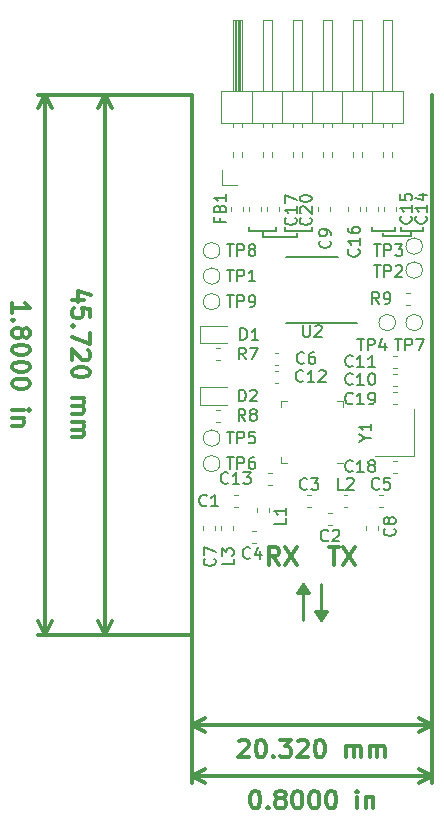
<source format=gbr>
G04 #@! TF.GenerationSoftware,KiCad,Pcbnew,5.0.1*
G04 #@! TF.CreationDate,2019-01-06T19:01:27+01:00*
G04 #@! TF.ProjectId,SX1257_pmod,5358313235375F706D6F642E6B696361,rev?*
G04 #@! TF.SameCoordinates,Original*
G04 #@! TF.FileFunction,Legend,Top*
G04 #@! TF.FilePolarity,Positive*
%FSLAX46Y46*%
G04 Gerber Fmt 4.6, Leading zero omitted, Abs format (unit mm)*
G04 Created by KiCad (PCBNEW 5.0.1) date Sun 06 Jan 2019 07:01:27 PM CET*
%MOMM*%
%LPD*%
G01*
G04 APERTURE LIST*
%ADD10C,0.254000*%
%ADD11C,0.300000*%
%ADD12C,0.200000*%
%ADD13C,0.120000*%
%ADD14C,0.150000*%
G04 APERTURE END LIST*
D10*
X125222000Y-67310000D02*
X125730000Y-66548000D01*
X125222000Y-67310000D02*
X125222000Y-64262000D01*
X124968000Y-66548000D02*
X125222000Y-67310000D01*
X124714000Y-66548000D02*
X125222000Y-67310000D01*
X125730000Y-66548000D02*
X124714000Y-66548000D01*
X125222000Y-67310000D02*
X125476000Y-66548000D01*
X125476000Y-66548000D02*
X124968000Y-66548000D01*
X123952000Y-65024000D02*
X123698000Y-64262000D01*
X123444000Y-65024000D02*
X123952000Y-65024000D01*
X123698000Y-64262000D02*
X123444000Y-65024000D01*
X124206000Y-65024000D02*
X123698000Y-64262000D01*
X123190000Y-65024000D02*
X124206000Y-65024000D01*
X123698000Y-64262000D02*
X123190000Y-65024000D01*
X123698000Y-64262000D02*
X123698000Y-67310000D01*
D11*
X121670000Y-62654571D02*
X121170000Y-61940285D01*
X120812857Y-62654571D02*
X120812857Y-61154571D01*
X121384285Y-61154571D01*
X121527142Y-61226000D01*
X121598571Y-61297428D01*
X121670000Y-61440285D01*
X121670000Y-61654571D01*
X121598571Y-61797428D01*
X121527142Y-61868857D01*
X121384285Y-61940285D01*
X120812857Y-61940285D01*
X122170000Y-61154571D02*
X123170000Y-62654571D01*
X123170000Y-61154571D02*
X122170000Y-62654571D01*
X125857142Y-61154571D02*
X126714285Y-61154571D01*
X126285714Y-62654571D02*
X126285714Y-61154571D01*
X127071428Y-61154571D02*
X128071428Y-62654571D01*
X128071428Y-61154571D02*
X127071428Y-62654571D01*
D12*
X130429000Y-34798000D02*
X130429000Y-34544000D01*
X132842000Y-34798000D02*
X130429000Y-34798000D01*
X132842000Y-34417000D02*
X132842000Y-34798000D01*
X133858000Y-34417000D02*
X133858000Y-34036000D01*
X131953000Y-34417000D02*
X133858000Y-34417000D01*
X131953000Y-34036000D02*
X131953000Y-34417000D01*
X131445000Y-34417000D02*
X131445000Y-34036000D01*
X129540000Y-34417000D02*
X131445000Y-34417000D01*
X129540000Y-34036000D02*
X129540000Y-34417000D01*
X123190000Y-34925000D02*
X123190000Y-34544000D01*
X120269000Y-34925000D02*
X123190000Y-34925000D01*
X120269000Y-34417000D02*
X120269000Y-34925000D01*
X124460000Y-34417000D02*
X124460000Y-34036000D01*
X122174000Y-34417000D02*
X124460000Y-34417000D01*
X122174000Y-34036000D02*
X122174000Y-34417000D01*
X121412000Y-34417000D02*
X121412000Y-34036000D01*
X119126000Y-34417000D02*
X121412000Y-34417000D01*
X119126000Y-34036000D02*
X119126000Y-34417000D01*
D11*
X118245714Y-77621428D02*
X118317142Y-77550000D01*
X118460000Y-77478571D01*
X118817142Y-77478571D01*
X118960000Y-77550000D01*
X119031428Y-77621428D01*
X119102857Y-77764285D01*
X119102857Y-77907142D01*
X119031428Y-78121428D01*
X118174285Y-78978571D01*
X119102857Y-78978571D01*
X120031428Y-77478571D02*
X120174285Y-77478571D01*
X120317142Y-77550000D01*
X120388571Y-77621428D01*
X120460000Y-77764285D01*
X120531428Y-78050000D01*
X120531428Y-78407142D01*
X120460000Y-78692857D01*
X120388571Y-78835714D01*
X120317142Y-78907142D01*
X120174285Y-78978571D01*
X120031428Y-78978571D01*
X119888571Y-78907142D01*
X119817142Y-78835714D01*
X119745714Y-78692857D01*
X119674285Y-78407142D01*
X119674285Y-78050000D01*
X119745714Y-77764285D01*
X119817142Y-77621428D01*
X119888571Y-77550000D01*
X120031428Y-77478571D01*
X121174285Y-78835714D02*
X121245714Y-78907142D01*
X121174285Y-78978571D01*
X121102857Y-78907142D01*
X121174285Y-78835714D01*
X121174285Y-78978571D01*
X121745714Y-77478571D02*
X122674285Y-77478571D01*
X122174285Y-78050000D01*
X122388571Y-78050000D01*
X122531428Y-78121428D01*
X122602857Y-78192857D01*
X122674285Y-78335714D01*
X122674285Y-78692857D01*
X122602857Y-78835714D01*
X122531428Y-78907142D01*
X122388571Y-78978571D01*
X121960000Y-78978571D01*
X121817142Y-78907142D01*
X121745714Y-78835714D01*
X123245714Y-77621428D02*
X123317142Y-77550000D01*
X123460000Y-77478571D01*
X123817142Y-77478571D01*
X123960000Y-77550000D01*
X124031428Y-77621428D01*
X124102857Y-77764285D01*
X124102857Y-77907142D01*
X124031428Y-78121428D01*
X123174285Y-78978571D01*
X124102857Y-78978571D01*
X125031428Y-77478571D02*
X125174285Y-77478571D01*
X125317142Y-77550000D01*
X125388571Y-77621428D01*
X125460000Y-77764285D01*
X125531428Y-78050000D01*
X125531428Y-78407142D01*
X125460000Y-78692857D01*
X125388571Y-78835714D01*
X125317142Y-78907142D01*
X125174285Y-78978571D01*
X125031428Y-78978571D01*
X124888571Y-78907142D01*
X124817142Y-78835714D01*
X124745714Y-78692857D01*
X124674285Y-78407142D01*
X124674285Y-78050000D01*
X124745714Y-77764285D01*
X124817142Y-77621428D01*
X124888571Y-77550000D01*
X125031428Y-77478571D01*
X127317142Y-78978571D02*
X127317142Y-77978571D01*
X127317142Y-78121428D02*
X127388571Y-78050000D01*
X127531428Y-77978571D01*
X127745714Y-77978571D01*
X127888571Y-78050000D01*
X127960000Y-78192857D01*
X127960000Y-78978571D01*
X127960000Y-78192857D02*
X128031428Y-78050000D01*
X128174285Y-77978571D01*
X128388571Y-77978571D01*
X128531428Y-78050000D01*
X128602857Y-78192857D01*
X128602857Y-78978571D01*
X129317142Y-78978571D02*
X129317142Y-77978571D01*
X129317142Y-78121428D02*
X129388571Y-78050000D01*
X129531428Y-77978571D01*
X129745714Y-77978571D01*
X129888571Y-78050000D01*
X129960000Y-78192857D01*
X129960000Y-78978571D01*
X129960000Y-78192857D02*
X130031428Y-78050000D01*
X130174285Y-77978571D01*
X130388571Y-77978571D01*
X130531428Y-78050000D01*
X130602857Y-78192857D01*
X130602857Y-78978571D01*
X114300000Y-76200000D02*
X134620000Y-76200000D01*
X114300000Y-22860000D02*
X114300000Y-76786421D01*
X134620000Y-22860000D02*
X134620000Y-76786421D01*
X134620000Y-76200000D02*
X133493496Y-76786421D01*
X134620000Y-76200000D02*
X133493496Y-75613579D01*
X114300000Y-76200000D02*
X115426504Y-76786421D01*
X114300000Y-76200000D02*
X115426504Y-75613579D01*
X119567142Y-81796571D02*
X119710000Y-81796571D01*
X119852857Y-81868000D01*
X119924285Y-81939428D01*
X119995714Y-82082285D01*
X120067142Y-82368000D01*
X120067142Y-82725142D01*
X119995714Y-83010857D01*
X119924285Y-83153714D01*
X119852857Y-83225142D01*
X119710000Y-83296571D01*
X119567142Y-83296571D01*
X119424285Y-83225142D01*
X119352857Y-83153714D01*
X119281428Y-83010857D01*
X119210000Y-82725142D01*
X119210000Y-82368000D01*
X119281428Y-82082285D01*
X119352857Y-81939428D01*
X119424285Y-81868000D01*
X119567142Y-81796571D01*
X120710000Y-83153714D02*
X120781428Y-83225142D01*
X120710000Y-83296571D01*
X120638571Y-83225142D01*
X120710000Y-83153714D01*
X120710000Y-83296571D01*
X121638571Y-82439428D02*
X121495714Y-82368000D01*
X121424285Y-82296571D01*
X121352857Y-82153714D01*
X121352857Y-82082285D01*
X121424285Y-81939428D01*
X121495714Y-81868000D01*
X121638571Y-81796571D01*
X121924285Y-81796571D01*
X122067142Y-81868000D01*
X122138571Y-81939428D01*
X122210000Y-82082285D01*
X122210000Y-82153714D01*
X122138571Y-82296571D01*
X122067142Y-82368000D01*
X121924285Y-82439428D01*
X121638571Y-82439428D01*
X121495714Y-82510857D01*
X121424285Y-82582285D01*
X121352857Y-82725142D01*
X121352857Y-83010857D01*
X121424285Y-83153714D01*
X121495714Y-83225142D01*
X121638571Y-83296571D01*
X121924285Y-83296571D01*
X122067142Y-83225142D01*
X122138571Y-83153714D01*
X122210000Y-83010857D01*
X122210000Y-82725142D01*
X122138571Y-82582285D01*
X122067142Y-82510857D01*
X121924285Y-82439428D01*
X123138571Y-81796571D02*
X123281428Y-81796571D01*
X123424285Y-81868000D01*
X123495714Y-81939428D01*
X123567142Y-82082285D01*
X123638571Y-82368000D01*
X123638571Y-82725142D01*
X123567142Y-83010857D01*
X123495714Y-83153714D01*
X123424285Y-83225142D01*
X123281428Y-83296571D01*
X123138571Y-83296571D01*
X122995714Y-83225142D01*
X122924285Y-83153714D01*
X122852857Y-83010857D01*
X122781428Y-82725142D01*
X122781428Y-82368000D01*
X122852857Y-82082285D01*
X122924285Y-81939428D01*
X122995714Y-81868000D01*
X123138571Y-81796571D01*
X124567142Y-81796571D02*
X124710000Y-81796571D01*
X124852857Y-81868000D01*
X124924285Y-81939428D01*
X124995714Y-82082285D01*
X125067142Y-82368000D01*
X125067142Y-82725142D01*
X124995714Y-83010857D01*
X124924285Y-83153714D01*
X124852857Y-83225142D01*
X124710000Y-83296571D01*
X124567142Y-83296571D01*
X124424285Y-83225142D01*
X124352857Y-83153714D01*
X124281428Y-83010857D01*
X124210000Y-82725142D01*
X124210000Y-82368000D01*
X124281428Y-82082285D01*
X124352857Y-81939428D01*
X124424285Y-81868000D01*
X124567142Y-81796571D01*
X125995714Y-81796571D02*
X126138571Y-81796571D01*
X126281428Y-81868000D01*
X126352857Y-81939428D01*
X126424285Y-82082285D01*
X126495714Y-82368000D01*
X126495714Y-82725142D01*
X126424285Y-83010857D01*
X126352857Y-83153714D01*
X126281428Y-83225142D01*
X126138571Y-83296571D01*
X125995714Y-83296571D01*
X125852857Y-83225142D01*
X125781428Y-83153714D01*
X125710000Y-83010857D01*
X125638571Y-82725142D01*
X125638571Y-82368000D01*
X125710000Y-82082285D01*
X125781428Y-81939428D01*
X125852857Y-81868000D01*
X125995714Y-81796571D01*
X128281428Y-83296571D02*
X128281428Y-82296571D01*
X128281428Y-81796571D02*
X128210000Y-81868000D01*
X128281428Y-81939428D01*
X128352857Y-81868000D01*
X128281428Y-81796571D01*
X128281428Y-81939428D01*
X128995714Y-82296571D02*
X128995714Y-83296571D01*
X128995714Y-82439428D02*
X129067142Y-82368000D01*
X129210000Y-82296571D01*
X129424285Y-82296571D01*
X129567142Y-82368000D01*
X129638571Y-82510857D01*
X129638571Y-83296571D01*
X114300000Y-80518000D02*
X134620000Y-80518000D01*
X114300000Y-22860000D02*
X114300000Y-81104421D01*
X134620000Y-22860000D02*
X134620000Y-81104421D01*
X134620000Y-80518000D02*
X133493496Y-81104421D01*
X134620000Y-80518000D02*
X133493496Y-79931579D01*
X114300000Y-80518000D02*
X115426504Y-81104421D01*
X114300000Y-80518000D02*
X115426504Y-79931579D01*
X105155428Y-40220000D02*
X104155428Y-40220000D01*
X105726857Y-39862857D02*
X104655428Y-39505714D01*
X104655428Y-40434285D01*
X105655428Y-41720000D02*
X105655428Y-41005714D01*
X104941142Y-40934285D01*
X105012571Y-41005714D01*
X105084000Y-41148571D01*
X105084000Y-41505714D01*
X105012571Y-41648571D01*
X104941142Y-41720000D01*
X104798285Y-41791428D01*
X104441142Y-41791428D01*
X104298285Y-41720000D01*
X104226857Y-41648571D01*
X104155428Y-41505714D01*
X104155428Y-41148571D01*
X104226857Y-41005714D01*
X104298285Y-40934285D01*
X104298285Y-42434285D02*
X104226857Y-42505714D01*
X104155428Y-42434285D01*
X104226857Y-42362857D01*
X104298285Y-42434285D01*
X104155428Y-42434285D01*
X105655428Y-43005714D02*
X105655428Y-44005714D01*
X104155428Y-43362857D01*
X105512571Y-44505714D02*
X105584000Y-44577142D01*
X105655428Y-44720000D01*
X105655428Y-45077142D01*
X105584000Y-45220000D01*
X105512571Y-45291428D01*
X105369714Y-45362857D01*
X105226857Y-45362857D01*
X105012571Y-45291428D01*
X104155428Y-44434285D01*
X104155428Y-45362857D01*
X105655428Y-46291428D02*
X105655428Y-46434285D01*
X105584000Y-46577142D01*
X105512571Y-46648571D01*
X105369714Y-46720000D01*
X105084000Y-46791428D01*
X104726857Y-46791428D01*
X104441142Y-46720000D01*
X104298285Y-46648571D01*
X104226857Y-46577142D01*
X104155428Y-46434285D01*
X104155428Y-46291428D01*
X104226857Y-46148571D01*
X104298285Y-46077142D01*
X104441142Y-46005714D01*
X104726857Y-45934285D01*
X105084000Y-45934285D01*
X105369714Y-46005714D01*
X105512571Y-46077142D01*
X105584000Y-46148571D01*
X105655428Y-46291428D01*
X104155428Y-48577142D02*
X105155428Y-48577142D01*
X105012571Y-48577142D02*
X105084000Y-48648571D01*
X105155428Y-48791428D01*
X105155428Y-49005714D01*
X105084000Y-49148571D01*
X104941142Y-49220000D01*
X104155428Y-49220000D01*
X104941142Y-49220000D02*
X105084000Y-49291428D01*
X105155428Y-49434285D01*
X105155428Y-49648571D01*
X105084000Y-49791428D01*
X104941142Y-49862857D01*
X104155428Y-49862857D01*
X104155428Y-50577142D02*
X105155428Y-50577142D01*
X105012571Y-50577142D02*
X105084000Y-50648571D01*
X105155428Y-50791428D01*
X105155428Y-51005714D01*
X105084000Y-51148571D01*
X104941142Y-51220000D01*
X104155428Y-51220000D01*
X104941142Y-51220000D02*
X105084000Y-51291428D01*
X105155428Y-51434285D01*
X105155428Y-51648571D01*
X105084000Y-51791428D01*
X104941142Y-51862857D01*
X104155428Y-51862857D01*
X106934000Y-22860000D02*
X106934000Y-68580000D01*
X114300000Y-22860000D02*
X106347579Y-22860000D01*
X114300000Y-68580000D02*
X106347579Y-68580000D01*
X106934000Y-68580000D02*
X106347579Y-67453496D01*
X106934000Y-68580000D02*
X107520421Y-67453496D01*
X106934000Y-22860000D02*
X106347579Y-23986504D01*
X106934000Y-22860000D02*
X107520421Y-23986504D01*
X99075428Y-41327142D02*
X99075428Y-40470000D01*
X99075428Y-40898571D02*
X100575428Y-40898571D01*
X100361142Y-40755714D01*
X100218285Y-40612857D01*
X100146857Y-40470000D01*
X99218285Y-41970000D02*
X99146857Y-42041428D01*
X99075428Y-41970000D01*
X99146857Y-41898571D01*
X99218285Y-41970000D01*
X99075428Y-41970000D01*
X99932571Y-42898571D02*
X100004000Y-42755714D01*
X100075428Y-42684285D01*
X100218285Y-42612857D01*
X100289714Y-42612857D01*
X100432571Y-42684285D01*
X100504000Y-42755714D01*
X100575428Y-42898571D01*
X100575428Y-43184285D01*
X100504000Y-43327142D01*
X100432571Y-43398571D01*
X100289714Y-43470000D01*
X100218285Y-43470000D01*
X100075428Y-43398571D01*
X100004000Y-43327142D01*
X99932571Y-43184285D01*
X99932571Y-42898571D01*
X99861142Y-42755714D01*
X99789714Y-42684285D01*
X99646857Y-42612857D01*
X99361142Y-42612857D01*
X99218285Y-42684285D01*
X99146857Y-42755714D01*
X99075428Y-42898571D01*
X99075428Y-43184285D01*
X99146857Y-43327142D01*
X99218285Y-43398571D01*
X99361142Y-43470000D01*
X99646857Y-43470000D01*
X99789714Y-43398571D01*
X99861142Y-43327142D01*
X99932571Y-43184285D01*
X100575428Y-44398571D02*
X100575428Y-44541428D01*
X100504000Y-44684285D01*
X100432571Y-44755714D01*
X100289714Y-44827142D01*
X100004000Y-44898571D01*
X99646857Y-44898571D01*
X99361142Y-44827142D01*
X99218285Y-44755714D01*
X99146857Y-44684285D01*
X99075428Y-44541428D01*
X99075428Y-44398571D01*
X99146857Y-44255714D01*
X99218285Y-44184285D01*
X99361142Y-44112857D01*
X99646857Y-44041428D01*
X100004000Y-44041428D01*
X100289714Y-44112857D01*
X100432571Y-44184285D01*
X100504000Y-44255714D01*
X100575428Y-44398571D01*
X100575428Y-45827142D02*
X100575428Y-45970000D01*
X100504000Y-46112857D01*
X100432571Y-46184285D01*
X100289714Y-46255714D01*
X100004000Y-46327142D01*
X99646857Y-46327142D01*
X99361142Y-46255714D01*
X99218285Y-46184285D01*
X99146857Y-46112857D01*
X99075428Y-45970000D01*
X99075428Y-45827142D01*
X99146857Y-45684285D01*
X99218285Y-45612857D01*
X99361142Y-45541428D01*
X99646857Y-45470000D01*
X100004000Y-45470000D01*
X100289714Y-45541428D01*
X100432571Y-45612857D01*
X100504000Y-45684285D01*
X100575428Y-45827142D01*
X100575428Y-47255714D02*
X100575428Y-47398571D01*
X100504000Y-47541428D01*
X100432571Y-47612857D01*
X100289714Y-47684285D01*
X100004000Y-47755714D01*
X99646857Y-47755714D01*
X99361142Y-47684285D01*
X99218285Y-47612857D01*
X99146857Y-47541428D01*
X99075428Y-47398571D01*
X99075428Y-47255714D01*
X99146857Y-47112857D01*
X99218285Y-47041428D01*
X99361142Y-46970000D01*
X99646857Y-46898571D01*
X100004000Y-46898571D01*
X100289714Y-46970000D01*
X100432571Y-47041428D01*
X100504000Y-47112857D01*
X100575428Y-47255714D01*
X99075428Y-49541428D02*
X100075428Y-49541428D01*
X100575428Y-49541428D02*
X100504000Y-49470000D01*
X100432571Y-49541428D01*
X100504000Y-49612857D01*
X100575428Y-49541428D01*
X100432571Y-49541428D01*
X100075428Y-50255714D02*
X99075428Y-50255714D01*
X99932571Y-50255714D02*
X100004000Y-50327142D01*
X100075428Y-50470000D01*
X100075428Y-50684285D01*
X100004000Y-50827142D01*
X99861142Y-50898571D01*
X99075428Y-50898571D01*
X101854000Y-22860000D02*
X101854000Y-68580000D01*
X114300000Y-22860000D02*
X101267579Y-22860000D01*
X114300000Y-68580000D02*
X101267579Y-68580000D01*
X101854000Y-68580000D02*
X101267579Y-67453496D01*
X101854000Y-68580000D02*
X102440421Y-67453496D01*
X101854000Y-22860000D02*
X101267579Y-23986504D01*
X101854000Y-22860000D02*
X102440421Y-23986504D01*
D13*
G04 #@! TO.C,Y1*
X129795000Y-53435000D02*
X133095000Y-53435000D01*
X133095000Y-53435000D02*
X133095000Y-49435000D01*
G04 #@! TO.C,TP9*
X116651000Y-40386000D02*
G75*
G03X116651000Y-40386000I-700000J0D01*
G01*
G04 #@! TO.C,TP8*
X116651000Y-36068000D02*
G75*
G03X116651000Y-36068000I-700000J0D01*
G01*
G04 #@! TO.C,C11*
X131282221Y-45976000D02*
X131607779Y-45976000D01*
X131282221Y-44956000D02*
X131607779Y-44956000D01*
G04 #@! TO.C,C1*
X118145779Y-57787000D02*
X117820221Y-57787000D01*
X118145779Y-56767000D02*
X117820221Y-56767000D01*
G04 #@! TO.C,C2*
X126146779Y-58291000D02*
X125821221Y-58291000D01*
X126146779Y-59311000D02*
X125821221Y-59311000D01*
G04 #@! TO.C,C3*
X124368779Y-57787000D02*
X124043221Y-57787000D01*
X124368779Y-56767000D02*
X124043221Y-56767000D01*
G04 #@! TO.C,C4*
X119344221Y-60835000D02*
X119669779Y-60835000D01*
X119344221Y-59815000D02*
X119669779Y-59815000D01*
G04 #@! TO.C,C5*
X130139221Y-56767000D02*
X130464779Y-56767000D01*
X130139221Y-57787000D02*
X130464779Y-57787000D01*
G04 #@! TO.C,C6*
X121600279Y-44702000D02*
X121274721Y-44702000D01*
X121600279Y-45722000D02*
X121274721Y-45722000D01*
G04 #@! TO.C,C7*
X115187000Y-59700279D02*
X115187000Y-59374721D01*
X116207000Y-59700279D02*
X116207000Y-59374721D01*
G04 #@! TO.C,C9*
X124966000Y-32349221D02*
X124966000Y-32674779D01*
X125986000Y-32349221D02*
X125986000Y-32674779D01*
G04 #@! TO.C,C10*
X131282221Y-46480000D02*
X131607779Y-46480000D01*
X131282221Y-47500000D02*
X131607779Y-47500000D01*
G04 #@! TO.C,C12*
X121600279Y-46226000D02*
X121274721Y-46226000D01*
X121600279Y-47246000D02*
X121274721Y-47246000D01*
G04 #@! TO.C,C13*
X121066779Y-55882000D02*
X120741221Y-55882000D01*
X121066779Y-54862000D02*
X120741221Y-54862000D01*
G04 #@! TO.C,C14*
X130554000Y-32349221D02*
X130554000Y-32674779D01*
X131574000Y-32349221D02*
X131574000Y-32674779D01*
G04 #@! TO.C,C15*
X130050000Y-32349221D02*
X130050000Y-32674779D01*
X129030000Y-32349221D02*
X129030000Y-32674779D01*
G04 #@! TO.C,C16*
X127506000Y-32349221D02*
X127506000Y-32674779D01*
X128526000Y-32349221D02*
X128526000Y-32674779D01*
G04 #@! TO.C,C17*
X119124000Y-32674779D02*
X119124000Y-32349221D01*
X120144000Y-32674779D02*
X120144000Y-32349221D01*
G04 #@! TO.C,C18*
X131607779Y-53846000D02*
X131282221Y-53846000D01*
X131607779Y-54866000D02*
X131282221Y-54866000D01*
G04 #@! TO.C,C19*
X131282221Y-48004000D02*
X131607779Y-48004000D01*
X131282221Y-49024000D02*
X131607779Y-49024000D01*
G04 #@! TO.C,C20*
X121668000Y-32674779D02*
X121668000Y-32349221D01*
X120648000Y-32674779D02*
X120648000Y-32349221D01*
G04 #@! TO.C,C8*
X129030000Y-59725779D02*
X129030000Y-59400221D01*
X130050000Y-59725779D02*
X130050000Y-59400221D01*
G04 #@! TO.C,J1*
X116780000Y-25230000D02*
X132140000Y-25230000D01*
X132140000Y-25230000D02*
X132140000Y-22570000D01*
X132140000Y-22570000D02*
X116780000Y-22570000D01*
X116780000Y-22570000D02*
X116780000Y-25230000D01*
X117730000Y-22570000D02*
X117730000Y-16570000D01*
X117730000Y-16570000D02*
X118490000Y-16570000D01*
X118490000Y-16570000D02*
X118490000Y-22570000D01*
X117790000Y-22570000D02*
X117790000Y-16570000D01*
X117910000Y-22570000D02*
X117910000Y-16570000D01*
X118030000Y-22570000D02*
X118030000Y-16570000D01*
X118150000Y-22570000D02*
X118150000Y-16570000D01*
X118270000Y-22570000D02*
X118270000Y-16570000D01*
X118390000Y-22570000D02*
X118390000Y-16570000D01*
X117730000Y-25627071D02*
X117730000Y-25230000D01*
X118490000Y-25627071D02*
X118490000Y-25230000D01*
X117730000Y-28100000D02*
X117730000Y-27712929D01*
X118490000Y-28100000D02*
X118490000Y-27712929D01*
X119380000Y-25230000D02*
X119380000Y-22570000D01*
X120270000Y-22570000D02*
X120270000Y-16570000D01*
X120270000Y-16570000D02*
X121030000Y-16570000D01*
X121030000Y-16570000D02*
X121030000Y-22570000D01*
X120270000Y-25627071D02*
X120270000Y-25230000D01*
X121030000Y-25627071D02*
X121030000Y-25230000D01*
X120270000Y-28167071D02*
X120270000Y-27712929D01*
X121030000Y-28167071D02*
X121030000Y-27712929D01*
X121920000Y-25230000D02*
X121920000Y-22570000D01*
X122810000Y-22570000D02*
X122810000Y-16570000D01*
X122810000Y-16570000D02*
X123570000Y-16570000D01*
X123570000Y-16570000D02*
X123570000Y-22570000D01*
X122810000Y-25627071D02*
X122810000Y-25230000D01*
X123570000Y-25627071D02*
X123570000Y-25230000D01*
X122810000Y-28167071D02*
X122810000Y-27712929D01*
X123570000Y-28167071D02*
X123570000Y-27712929D01*
X124460000Y-25230000D02*
X124460000Y-22570000D01*
X125350000Y-22570000D02*
X125350000Y-16570000D01*
X125350000Y-16570000D02*
X126110000Y-16570000D01*
X126110000Y-16570000D02*
X126110000Y-22570000D01*
X125350000Y-25627071D02*
X125350000Y-25230000D01*
X126110000Y-25627071D02*
X126110000Y-25230000D01*
X125350000Y-28167071D02*
X125350000Y-27712929D01*
X126110000Y-28167071D02*
X126110000Y-27712929D01*
X127000000Y-25230000D02*
X127000000Y-22570000D01*
X127890000Y-22570000D02*
X127890000Y-16570000D01*
X127890000Y-16570000D02*
X128650000Y-16570000D01*
X128650000Y-16570000D02*
X128650000Y-22570000D01*
X127890000Y-25627071D02*
X127890000Y-25230000D01*
X128650000Y-25627071D02*
X128650000Y-25230000D01*
X127890000Y-28167071D02*
X127890000Y-27712929D01*
X128650000Y-28167071D02*
X128650000Y-27712929D01*
X129540000Y-25230000D02*
X129540000Y-22570000D01*
X130430000Y-22570000D02*
X130430000Y-16570000D01*
X130430000Y-16570000D02*
X131190000Y-16570000D01*
X131190000Y-16570000D02*
X131190000Y-22570000D01*
X130430000Y-25627071D02*
X130430000Y-25230000D01*
X131190000Y-25627071D02*
X131190000Y-25230000D01*
X130430000Y-28167071D02*
X130430000Y-27712929D01*
X131190000Y-28167071D02*
X131190000Y-27712929D01*
X118110000Y-30480000D02*
X116840000Y-30480000D01*
X116840000Y-30480000D02*
X116840000Y-29210000D01*
G04 #@! TO.C,L2*
X127116721Y-57787000D02*
X127442279Y-57787000D01*
X127116721Y-56767000D02*
X127442279Y-56767000D01*
G04 #@! TO.C,FB1*
X117600000Y-32674779D02*
X117600000Y-32349221D01*
X118620000Y-32674779D02*
X118620000Y-32349221D01*
G04 #@! TO.C,L1*
X119759000Y-57876221D02*
X119759000Y-58201779D01*
X120779000Y-57876221D02*
X120779000Y-58201779D01*
G04 #@! TO.C,L3*
X116711000Y-59725779D02*
X116711000Y-59400221D01*
X117731000Y-59725779D02*
X117731000Y-59400221D01*
G04 #@! TO.C,D2*
X114974000Y-49122000D02*
X117259000Y-49122000D01*
X114974000Y-47652000D02*
X114974000Y-49122000D01*
X117259000Y-47652000D02*
X114974000Y-47652000D01*
G04 #@! TO.C,D1*
X117259000Y-42445000D02*
X114974000Y-42445000D01*
X114974000Y-42445000D02*
X114974000Y-43915000D01*
X114974000Y-43915000D02*
X117259000Y-43915000D01*
G04 #@! TO.C,U1*
X122325000Y-54045000D02*
X121850000Y-54045000D01*
X121850000Y-54045000D02*
X121850000Y-53570000D01*
X126595000Y-48825000D02*
X127070000Y-48825000D01*
X127070000Y-48825000D02*
X127070000Y-49300000D01*
X122325000Y-48825000D02*
X121850000Y-48825000D01*
X121850000Y-48825000D02*
X121850000Y-49300000D01*
X126595000Y-54045000D02*
X127070000Y-54045000D01*
D14*
G04 #@! TO.C,U2*
X126660000Y-36645000D02*
X122260000Y-36645000D01*
X128235000Y-42170000D02*
X122260000Y-42170000D01*
D13*
G04 #@! TO.C,R7*
X116621779Y-44321000D02*
X116296221Y-44321000D01*
X116621779Y-45341000D02*
X116296221Y-45341000D01*
G04 #@! TO.C,R8*
X116621779Y-50548000D02*
X116296221Y-50548000D01*
X116621779Y-49528000D02*
X116296221Y-49528000D01*
G04 #@! TO.C,R9*
X132750779Y-39622000D02*
X132425221Y-39622000D01*
X132750779Y-40642000D02*
X132425221Y-40642000D01*
G04 #@! TO.C,TP7*
X133796000Y-42164000D02*
G75*
G03X133796000Y-42164000I-700000J0D01*
G01*
G04 #@! TO.C,TP2*
X133796000Y-37719000D02*
G75*
G03X133796000Y-37719000I-700000J0D01*
G01*
G04 #@! TO.C,TP3*
X133796000Y-35687000D02*
G75*
G03X133796000Y-35687000I-700000J0D01*
G01*
G04 #@! TO.C,TP4*
X131510000Y-42164000D02*
G75*
G03X131510000Y-42164000I-700000J0D01*
G01*
G04 #@! TO.C,TP5*
X116651000Y-51943000D02*
G75*
G03X116651000Y-51943000I-700000J0D01*
G01*
G04 #@! TO.C,TP6*
X116651000Y-54102000D02*
G75*
G03X116651000Y-54102000I-700000J0D01*
G01*
G04 #@! TO.C,TP1*
X116651000Y-38227000D02*
G75*
G03X116651000Y-38227000I-700000J0D01*
G01*
G04 #@! TO.C,Y1*
D14*
X128971190Y-51911190D02*
X129447380Y-51911190D01*
X128447380Y-52244523D02*
X128971190Y-51911190D01*
X128447380Y-51577857D01*
X129447380Y-50720714D02*
X129447380Y-51292142D01*
X129447380Y-51006428D02*
X128447380Y-51006428D01*
X128590238Y-51101666D01*
X128685476Y-51196904D01*
X128733095Y-51292142D01*
G04 #@! TO.C,TP9*
X117229095Y-39838380D02*
X117800523Y-39838380D01*
X117514809Y-40838380D02*
X117514809Y-39838380D01*
X118133857Y-40838380D02*
X118133857Y-39838380D01*
X118514809Y-39838380D01*
X118610047Y-39886000D01*
X118657666Y-39933619D01*
X118705285Y-40028857D01*
X118705285Y-40171714D01*
X118657666Y-40266952D01*
X118610047Y-40314571D01*
X118514809Y-40362190D01*
X118133857Y-40362190D01*
X119181476Y-40838380D02*
X119371952Y-40838380D01*
X119467190Y-40790761D01*
X119514809Y-40743142D01*
X119610047Y-40600285D01*
X119657666Y-40409809D01*
X119657666Y-40028857D01*
X119610047Y-39933619D01*
X119562428Y-39886000D01*
X119467190Y-39838380D01*
X119276714Y-39838380D01*
X119181476Y-39886000D01*
X119133857Y-39933619D01*
X119086238Y-40028857D01*
X119086238Y-40266952D01*
X119133857Y-40362190D01*
X119181476Y-40409809D01*
X119276714Y-40457428D01*
X119467190Y-40457428D01*
X119562428Y-40409809D01*
X119610047Y-40362190D01*
X119657666Y-40266952D01*
G04 #@! TO.C,TP8*
X117229095Y-35520380D02*
X117800523Y-35520380D01*
X117514809Y-36520380D02*
X117514809Y-35520380D01*
X118133857Y-36520380D02*
X118133857Y-35520380D01*
X118514809Y-35520380D01*
X118610047Y-35568000D01*
X118657666Y-35615619D01*
X118705285Y-35710857D01*
X118705285Y-35853714D01*
X118657666Y-35948952D01*
X118610047Y-35996571D01*
X118514809Y-36044190D01*
X118133857Y-36044190D01*
X119276714Y-35948952D02*
X119181476Y-35901333D01*
X119133857Y-35853714D01*
X119086238Y-35758476D01*
X119086238Y-35710857D01*
X119133857Y-35615619D01*
X119181476Y-35568000D01*
X119276714Y-35520380D01*
X119467190Y-35520380D01*
X119562428Y-35568000D01*
X119610047Y-35615619D01*
X119657666Y-35710857D01*
X119657666Y-35758476D01*
X119610047Y-35853714D01*
X119562428Y-35901333D01*
X119467190Y-35948952D01*
X119276714Y-35948952D01*
X119181476Y-35996571D01*
X119133857Y-36044190D01*
X119086238Y-36139428D01*
X119086238Y-36329904D01*
X119133857Y-36425142D01*
X119181476Y-36472761D01*
X119276714Y-36520380D01*
X119467190Y-36520380D01*
X119562428Y-36472761D01*
X119610047Y-36425142D01*
X119657666Y-36329904D01*
X119657666Y-36139428D01*
X119610047Y-36044190D01*
X119562428Y-35996571D01*
X119467190Y-35948952D01*
G04 #@! TO.C,C11*
X127881142Y-45823142D02*
X127833523Y-45870761D01*
X127690666Y-45918380D01*
X127595428Y-45918380D01*
X127452571Y-45870761D01*
X127357333Y-45775523D01*
X127309714Y-45680285D01*
X127262095Y-45489809D01*
X127262095Y-45346952D01*
X127309714Y-45156476D01*
X127357333Y-45061238D01*
X127452571Y-44966000D01*
X127595428Y-44918380D01*
X127690666Y-44918380D01*
X127833523Y-44966000D01*
X127881142Y-45013619D01*
X128833523Y-45918380D02*
X128262095Y-45918380D01*
X128547809Y-45918380D02*
X128547809Y-44918380D01*
X128452571Y-45061238D01*
X128357333Y-45156476D01*
X128262095Y-45204095D01*
X129785904Y-45918380D02*
X129214476Y-45918380D01*
X129500190Y-45918380D02*
X129500190Y-44918380D01*
X129404952Y-45061238D01*
X129309714Y-45156476D01*
X129214476Y-45204095D01*
G04 #@! TO.C,C1*
X115530333Y-57634142D02*
X115482714Y-57681761D01*
X115339857Y-57729380D01*
X115244619Y-57729380D01*
X115101761Y-57681761D01*
X115006523Y-57586523D01*
X114958904Y-57491285D01*
X114911285Y-57300809D01*
X114911285Y-57157952D01*
X114958904Y-56967476D01*
X115006523Y-56872238D01*
X115101761Y-56777000D01*
X115244619Y-56729380D01*
X115339857Y-56729380D01*
X115482714Y-56777000D01*
X115530333Y-56824619D01*
X116482714Y-57729380D02*
X115911285Y-57729380D01*
X116197000Y-57729380D02*
X116197000Y-56729380D01*
X116101761Y-56872238D01*
X116006523Y-56967476D01*
X115911285Y-57015095D01*
G04 #@! TO.C,C2*
X125817333Y-60588142D02*
X125769714Y-60635761D01*
X125626857Y-60683380D01*
X125531619Y-60683380D01*
X125388761Y-60635761D01*
X125293523Y-60540523D01*
X125245904Y-60445285D01*
X125198285Y-60254809D01*
X125198285Y-60111952D01*
X125245904Y-59921476D01*
X125293523Y-59826238D01*
X125388761Y-59731000D01*
X125531619Y-59683380D01*
X125626857Y-59683380D01*
X125769714Y-59731000D01*
X125817333Y-59778619D01*
X126198285Y-59778619D02*
X126245904Y-59731000D01*
X126341142Y-59683380D01*
X126579238Y-59683380D01*
X126674476Y-59731000D01*
X126722095Y-59778619D01*
X126769714Y-59873857D01*
X126769714Y-59969095D01*
X126722095Y-60111952D01*
X126150666Y-60683380D01*
X126769714Y-60683380D01*
G04 #@! TO.C,C3*
X124039333Y-56237142D02*
X123991714Y-56284761D01*
X123848857Y-56332380D01*
X123753619Y-56332380D01*
X123610761Y-56284761D01*
X123515523Y-56189523D01*
X123467904Y-56094285D01*
X123420285Y-55903809D01*
X123420285Y-55760952D01*
X123467904Y-55570476D01*
X123515523Y-55475238D01*
X123610761Y-55380000D01*
X123753619Y-55332380D01*
X123848857Y-55332380D01*
X123991714Y-55380000D01*
X124039333Y-55427619D01*
X124372666Y-55332380D02*
X124991714Y-55332380D01*
X124658380Y-55713333D01*
X124801238Y-55713333D01*
X124896476Y-55760952D01*
X124944095Y-55808571D01*
X124991714Y-55903809D01*
X124991714Y-56141904D01*
X124944095Y-56237142D01*
X124896476Y-56284761D01*
X124801238Y-56332380D01*
X124515523Y-56332380D01*
X124420285Y-56284761D01*
X124372666Y-56237142D01*
G04 #@! TO.C,C4*
X119213333Y-62079142D02*
X119165714Y-62126761D01*
X119022857Y-62174380D01*
X118927619Y-62174380D01*
X118784761Y-62126761D01*
X118689523Y-62031523D01*
X118641904Y-61936285D01*
X118594285Y-61745809D01*
X118594285Y-61602952D01*
X118641904Y-61412476D01*
X118689523Y-61317238D01*
X118784761Y-61222000D01*
X118927619Y-61174380D01*
X119022857Y-61174380D01*
X119165714Y-61222000D01*
X119213333Y-61269619D01*
X120070476Y-61507714D02*
X120070476Y-62174380D01*
X119832380Y-61126761D02*
X119594285Y-61841047D01*
X120213333Y-61841047D01*
G04 #@! TO.C,C5*
X130135333Y-56204142D02*
X130087714Y-56251761D01*
X129944857Y-56299380D01*
X129849619Y-56299380D01*
X129706761Y-56251761D01*
X129611523Y-56156523D01*
X129563904Y-56061285D01*
X129516285Y-55870809D01*
X129516285Y-55727952D01*
X129563904Y-55537476D01*
X129611523Y-55442238D01*
X129706761Y-55347000D01*
X129849619Y-55299380D01*
X129944857Y-55299380D01*
X130087714Y-55347000D01*
X130135333Y-55394619D01*
X131040095Y-55299380D02*
X130563904Y-55299380D01*
X130516285Y-55775571D01*
X130563904Y-55727952D01*
X130659142Y-55680333D01*
X130897238Y-55680333D01*
X130992476Y-55727952D01*
X131040095Y-55775571D01*
X131087714Y-55870809D01*
X131087714Y-56108904D01*
X131040095Y-56204142D01*
X130992476Y-56251761D01*
X130897238Y-56299380D01*
X130659142Y-56299380D01*
X130563904Y-56251761D01*
X130516285Y-56204142D01*
G04 #@! TO.C,C6*
X123785333Y-45569142D02*
X123737714Y-45616761D01*
X123594857Y-45664380D01*
X123499619Y-45664380D01*
X123356761Y-45616761D01*
X123261523Y-45521523D01*
X123213904Y-45426285D01*
X123166285Y-45235809D01*
X123166285Y-45092952D01*
X123213904Y-44902476D01*
X123261523Y-44807238D01*
X123356761Y-44712000D01*
X123499619Y-44664380D01*
X123594857Y-44664380D01*
X123737714Y-44712000D01*
X123785333Y-44759619D01*
X124642476Y-44664380D02*
X124452000Y-44664380D01*
X124356761Y-44712000D01*
X124309142Y-44759619D01*
X124213904Y-44902476D01*
X124166285Y-45092952D01*
X124166285Y-45473904D01*
X124213904Y-45569142D01*
X124261523Y-45616761D01*
X124356761Y-45664380D01*
X124547238Y-45664380D01*
X124642476Y-45616761D01*
X124690095Y-45569142D01*
X124737714Y-45473904D01*
X124737714Y-45235809D01*
X124690095Y-45140571D01*
X124642476Y-45092952D01*
X124547238Y-45045333D01*
X124356761Y-45045333D01*
X124261523Y-45092952D01*
X124213904Y-45140571D01*
X124166285Y-45235809D01*
G04 #@! TO.C,C7*
X116181142Y-62142666D02*
X116228761Y-62190285D01*
X116276380Y-62333142D01*
X116276380Y-62428380D01*
X116228761Y-62571238D01*
X116133523Y-62666476D01*
X116038285Y-62714095D01*
X115847809Y-62761714D01*
X115704952Y-62761714D01*
X115514476Y-62714095D01*
X115419238Y-62666476D01*
X115324000Y-62571238D01*
X115276380Y-62428380D01*
X115276380Y-62333142D01*
X115324000Y-62190285D01*
X115371619Y-62142666D01*
X115276380Y-61809333D02*
X115276380Y-61142666D01*
X116276380Y-61571238D01*
G04 #@! TO.C,C9*
X125960142Y-35218666D02*
X126007761Y-35266285D01*
X126055380Y-35409142D01*
X126055380Y-35504380D01*
X126007761Y-35647238D01*
X125912523Y-35742476D01*
X125817285Y-35790095D01*
X125626809Y-35837714D01*
X125483952Y-35837714D01*
X125293476Y-35790095D01*
X125198238Y-35742476D01*
X125103000Y-35647238D01*
X125055380Y-35504380D01*
X125055380Y-35409142D01*
X125103000Y-35266285D01*
X125150619Y-35218666D01*
X126055380Y-34742476D02*
X126055380Y-34552000D01*
X126007761Y-34456761D01*
X125960142Y-34409142D01*
X125817285Y-34313904D01*
X125626809Y-34266285D01*
X125245857Y-34266285D01*
X125150619Y-34313904D01*
X125103000Y-34361523D01*
X125055380Y-34456761D01*
X125055380Y-34647238D01*
X125103000Y-34742476D01*
X125150619Y-34790095D01*
X125245857Y-34837714D01*
X125483952Y-34837714D01*
X125579190Y-34790095D01*
X125626809Y-34742476D01*
X125674428Y-34647238D01*
X125674428Y-34456761D01*
X125626809Y-34361523D01*
X125579190Y-34313904D01*
X125483952Y-34266285D01*
G04 #@! TO.C,C10*
X127881142Y-47347142D02*
X127833523Y-47394761D01*
X127690666Y-47442380D01*
X127595428Y-47442380D01*
X127452571Y-47394761D01*
X127357333Y-47299523D01*
X127309714Y-47204285D01*
X127262095Y-47013809D01*
X127262095Y-46870952D01*
X127309714Y-46680476D01*
X127357333Y-46585238D01*
X127452571Y-46490000D01*
X127595428Y-46442380D01*
X127690666Y-46442380D01*
X127833523Y-46490000D01*
X127881142Y-46537619D01*
X128833523Y-47442380D02*
X128262095Y-47442380D01*
X128547809Y-47442380D02*
X128547809Y-46442380D01*
X128452571Y-46585238D01*
X128357333Y-46680476D01*
X128262095Y-46728095D01*
X129452571Y-46442380D02*
X129547809Y-46442380D01*
X129643047Y-46490000D01*
X129690666Y-46537619D01*
X129738285Y-46632857D01*
X129785904Y-46823333D01*
X129785904Y-47061428D01*
X129738285Y-47251904D01*
X129690666Y-47347142D01*
X129643047Y-47394761D01*
X129547809Y-47442380D01*
X129452571Y-47442380D01*
X129357333Y-47394761D01*
X129309714Y-47347142D01*
X129262095Y-47251904D01*
X129214476Y-47061428D01*
X129214476Y-46823333D01*
X129262095Y-46632857D01*
X129309714Y-46537619D01*
X129357333Y-46490000D01*
X129452571Y-46442380D01*
G04 #@! TO.C,C12*
X123690142Y-47093142D02*
X123642523Y-47140761D01*
X123499666Y-47188380D01*
X123404428Y-47188380D01*
X123261571Y-47140761D01*
X123166333Y-47045523D01*
X123118714Y-46950285D01*
X123071095Y-46759809D01*
X123071095Y-46616952D01*
X123118714Y-46426476D01*
X123166333Y-46331238D01*
X123261571Y-46236000D01*
X123404428Y-46188380D01*
X123499666Y-46188380D01*
X123642523Y-46236000D01*
X123690142Y-46283619D01*
X124642523Y-47188380D02*
X124071095Y-47188380D01*
X124356809Y-47188380D02*
X124356809Y-46188380D01*
X124261571Y-46331238D01*
X124166333Y-46426476D01*
X124071095Y-46474095D01*
X125023476Y-46283619D02*
X125071095Y-46236000D01*
X125166333Y-46188380D01*
X125404428Y-46188380D01*
X125499666Y-46236000D01*
X125547285Y-46283619D01*
X125594904Y-46378857D01*
X125594904Y-46474095D01*
X125547285Y-46616952D01*
X124975857Y-47188380D01*
X125594904Y-47188380D01*
G04 #@! TO.C,C13*
X117340142Y-55729142D02*
X117292523Y-55776761D01*
X117149666Y-55824380D01*
X117054428Y-55824380D01*
X116911571Y-55776761D01*
X116816333Y-55681523D01*
X116768714Y-55586285D01*
X116721095Y-55395809D01*
X116721095Y-55252952D01*
X116768714Y-55062476D01*
X116816333Y-54967238D01*
X116911571Y-54872000D01*
X117054428Y-54824380D01*
X117149666Y-54824380D01*
X117292523Y-54872000D01*
X117340142Y-54919619D01*
X118292523Y-55824380D02*
X117721095Y-55824380D01*
X118006809Y-55824380D02*
X118006809Y-54824380D01*
X117911571Y-54967238D01*
X117816333Y-55062476D01*
X117721095Y-55110095D01*
X118625857Y-54824380D02*
X119244904Y-54824380D01*
X118911571Y-55205333D01*
X119054428Y-55205333D01*
X119149666Y-55252952D01*
X119197285Y-55300571D01*
X119244904Y-55395809D01*
X119244904Y-55633904D01*
X119197285Y-55729142D01*
X119149666Y-55776761D01*
X119054428Y-55824380D01*
X118768714Y-55824380D01*
X118673476Y-55776761D01*
X118625857Y-55729142D01*
G04 #@! TO.C,C14*
X134088142Y-33154857D02*
X134135761Y-33202476D01*
X134183380Y-33345333D01*
X134183380Y-33440571D01*
X134135761Y-33583428D01*
X134040523Y-33678666D01*
X133945285Y-33726285D01*
X133754809Y-33773904D01*
X133611952Y-33773904D01*
X133421476Y-33726285D01*
X133326238Y-33678666D01*
X133231000Y-33583428D01*
X133183380Y-33440571D01*
X133183380Y-33345333D01*
X133231000Y-33202476D01*
X133278619Y-33154857D01*
X134183380Y-32202476D02*
X134183380Y-32773904D01*
X134183380Y-32488190D02*
X133183380Y-32488190D01*
X133326238Y-32583428D01*
X133421476Y-32678666D01*
X133469095Y-32773904D01*
X133516714Y-31345333D02*
X134183380Y-31345333D01*
X133135761Y-31583428D02*
X133850047Y-31821523D01*
X133850047Y-31202476D01*
G04 #@! TO.C,C15*
X132818142Y-33154857D02*
X132865761Y-33202476D01*
X132913380Y-33345333D01*
X132913380Y-33440571D01*
X132865761Y-33583428D01*
X132770523Y-33678666D01*
X132675285Y-33726285D01*
X132484809Y-33773904D01*
X132341952Y-33773904D01*
X132151476Y-33726285D01*
X132056238Y-33678666D01*
X131961000Y-33583428D01*
X131913380Y-33440571D01*
X131913380Y-33345333D01*
X131961000Y-33202476D01*
X132008619Y-33154857D01*
X132913380Y-32202476D02*
X132913380Y-32773904D01*
X132913380Y-32488190D02*
X131913380Y-32488190D01*
X132056238Y-32583428D01*
X132151476Y-32678666D01*
X132199095Y-32773904D01*
X131913380Y-31297714D02*
X131913380Y-31773904D01*
X132389571Y-31821523D01*
X132341952Y-31773904D01*
X132294333Y-31678666D01*
X132294333Y-31440571D01*
X132341952Y-31345333D01*
X132389571Y-31297714D01*
X132484809Y-31250095D01*
X132722904Y-31250095D01*
X132818142Y-31297714D01*
X132865761Y-31345333D01*
X132913380Y-31440571D01*
X132913380Y-31678666D01*
X132865761Y-31773904D01*
X132818142Y-31821523D01*
G04 #@! TO.C,C16*
X128373142Y-35948857D02*
X128420761Y-35996476D01*
X128468380Y-36139333D01*
X128468380Y-36234571D01*
X128420761Y-36377428D01*
X128325523Y-36472666D01*
X128230285Y-36520285D01*
X128039809Y-36567904D01*
X127896952Y-36567904D01*
X127706476Y-36520285D01*
X127611238Y-36472666D01*
X127516000Y-36377428D01*
X127468380Y-36234571D01*
X127468380Y-36139333D01*
X127516000Y-35996476D01*
X127563619Y-35948857D01*
X128468380Y-34996476D02*
X128468380Y-35567904D01*
X128468380Y-35282190D02*
X127468380Y-35282190D01*
X127611238Y-35377428D01*
X127706476Y-35472666D01*
X127754095Y-35567904D01*
X127468380Y-34139333D02*
X127468380Y-34329809D01*
X127516000Y-34425047D01*
X127563619Y-34472666D01*
X127706476Y-34567904D01*
X127896952Y-34615523D01*
X128277904Y-34615523D01*
X128373142Y-34567904D01*
X128420761Y-34520285D01*
X128468380Y-34425047D01*
X128468380Y-34234571D01*
X128420761Y-34139333D01*
X128373142Y-34091714D01*
X128277904Y-34044095D01*
X128039809Y-34044095D01*
X127944571Y-34091714D01*
X127896952Y-34139333D01*
X127849333Y-34234571D01*
X127849333Y-34425047D01*
X127896952Y-34520285D01*
X127944571Y-34567904D01*
X128039809Y-34615523D01*
G04 #@! TO.C,C17*
X123039142Y-33281857D02*
X123086761Y-33329476D01*
X123134380Y-33472333D01*
X123134380Y-33567571D01*
X123086761Y-33710428D01*
X122991523Y-33805666D01*
X122896285Y-33853285D01*
X122705809Y-33900904D01*
X122562952Y-33900904D01*
X122372476Y-33853285D01*
X122277238Y-33805666D01*
X122182000Y-33710428D01*
X122134380Y-33567571D01*
X122134380Y-33472333D01*
X122182000Y-33329476D01*
X122229619Y-33281857D01*
X123134380Y-32329476D02*
X123134380Y-32900904D01*
X123134380Y-32615190D02*
X122134380Y-32615190D01*
X122277238Y-32710428D01*
X122372476Y-32805666D01*
X122420095Y-32900904D01*
X122134380Y-31996142D02*
X122134380Y-31329476D01*
X123134380Y-31758047D01*
G04 #@! TO.C,C18*
X127881142Y-54713142D02*
X127833523Y-54760761D01*
X127690666Y-54808380D01*
X127595428Y-54808380D01*
X127452571Y-54760761D01*
X127357333Y-54665523D01*
X127309714Y-54570285D01*
X127262095Y-54379809D01*
X127262095Y-54236952D01*
X127309714Y-54046476D01*
X127357333Y-53951238D01*
X127452571Y-53856000D01*
X127595428Y-53808380D01*
X127690666Y-53808380D01*
X127833523Y-53856000D01*
X127881142Y-53903619D01*
X128833523Y-54808380D02*
X128262095Y-54808380D01*
X128547809Y-54808380D02*
X128547809Y-53808380D01*
X128452571Y-53951238D01*
X128357333Y-54046476D01*
X128262095Y-54094095D01*
X129404952Y-54236952D02*
X129309714Y-54189333D01*
X129262095Y-54141714D01*
X129214476Y-54046476D01*
X129214476Y-53998857D01*
X129262095Y-53903619D01*
X129309714Y-53856000D01*
X129404952Y-53808380D01*
X129595428Y-53808380D01*
X129690666Y-53856000D01*
X129738285Y-53903619D01*
X129785904Y-53998857D01*
X129785904Y-54046476D01*
X129738285Y-54141714D01*
X129690666Y-54189333D01*
X129595428Y-54236952D01*
X129404952Y-54236952D01*
X129309714Y-54284571D01*
X129262095Y-54332190D01*
X129214476Y-54427428D01*
X129214476Y-54617904D01*
X129262095Y-54713142D01*
X129309714Y-54760761D01*
X129404952Y-54808380D01*
X129595428Y-54808380D01*
X129690666Y-54760761D01*
X129738285Y-54713142D01*
X129785904Y-54617904D01*
X129785904Y-54427428D01*
X129738285Y-54332190D01*
X129690666Y-54284571D01*
X129595428Y-54236952D01*
G04 #@! TO.C,C19*
X127881142Y-48998142D02*
X127833523Y-49045761D01*
X127690666Y-49093380D01*
X127595428Y-49093380D01*
X127452571Y-49045761D01*
X127357333Y-48950523D01*
X127309714Y-48855285D01*
X127262095Y-48664809D01*
X127262095Y-48521952D01*
X127309714Y-48331476D01*
X127357333Y-48236238D01*
X127452571Y-48141000D01*
X127595428Y-48093380D01*
X127690666Y-48093380D01*
X127833523Y-48141000D01*
X127881142Y-48188619D01*
X128833523Y-49093380D02*
X128262095Y-49093380D01*
X128547809Y-49093380D02*
X128547809Y-48093380D01*
X128452571Y-48236238D01*
X128357333Y-48331476D01*
X128262095Y-48379095D01*
X129309714Y-49093380D02*
X129500190Y-49093380D01*
X129595428Y-49045761D01*
X129643047Y-48998142D01*
X129738285Y-48855285D01*
X129785904Y-48664809D01*
X129785904Y-48283857D01*
X129738285Y-48188619D01*
X129690666Y-48141000D01*
X129595428Y-48093380D01*
X129404952Y-48093380D01*
X129309714Y-48141000D01*
X129262095Y-48188619D01*
X129214476Y-48283857D01*
X129214476Y-48521952D01*
X129262095Y-48617190D01*
X129309714Y-48664809D01*
X129404952Y-48712428D01*
X129595428Y-48712428D01*
X129690666Y-48664809D01*
X129738285Y-48617190D01*
X129785904Y-48521952D01*
G04 #@! TO.C,C20*
X124309142Y-33281857D02*
X124356761Y-33329476D01*
X124404380Y-33472333D01*
X124404380Y-33567571D01*
X124356761Y-33710428D01*
X124261523Y-33805666D01*
X124166285Y-33853285D01*
X123975809Y-33900904D01*
X123832952Y-33900904D01*
X123642476Y-33853285D01*
X123547238Y-33805666D01*
X123452000Y-33710428D01*
X123404380Y-33567571D01*
X123404380Y-33472333D01*
X123452000Y-33329476D01*
X123499619Y-33281857D01*
X123499619Y-32900904D02*
X123452000Y-32853285D01*
X123404380Y-32758047D01*
X123404380Y-32519952D01*
X123452000Y-32424714D01*
X123499619Y-32377095D01*
X123594857Y-32329476D01*
X123690095Y-32329476D01*
X123832952Y-32377095D01*
X124404380Y-32948523D01*
X124404380Y-32329476D01*
X123404380Y-31710428D02*
X123404380Y-31615190D01*
X123452000Y-31519952D01*
X123499619Y-31472333D01*
X123594857Y-31424714D01*
X123785333Y-31377095D01*
X124023428Y-31377095D01*
X124213904Y-31424714D01*
X124309142Y-31472333D01*
X124356761Y-31519952D01*
X124404380Y-31615190D01*
X124404380Y-31710428D01*
X124356761Y-31805666D01*
X124309142Y-31853285D01*
X124213904Y-31900904D01*
X124023428Y-31948523D01*
X123785333Y-31948523D01*
X123594857Y-31900904D01*
X123499619Y-31853285D01*
X123452000Y-31805666D01*
X123404380Y-31710428D01*
G04 #@! TO.C,C8*
X131421142Y-59602666D02*
X131468761Y-59650285D01*
X131516380Y-59793142D01*
X131516380Y-59888380D01*
X131468761Y-60031238D01*
X131373523Y-60126476D01*
X131278285Y-60174095D01*
X131087809Y-60221714D01*
X130944952Y-60221714D01*
X130754476Y-60174095D01*
X130659238Y-60126476D01*
X130564000Y-60031238D01*
X130516380Y-59888380D01*
X130516380Y-59793142D01*
X130564000Y-59650285D01*
X130611619Y-59602666D01*
X130944952Y-59031238D02*
X130897333Y-59126476D01*
X130849714Y-59174095D01*
X130754476Y-59221714D01*
X130706857Y-59221714D01*
X130611619Y-59174095D01*
X130564000Y-59126476D01*
X130516380Y-59031238D01*
X130516380Y-58840761D01*
X130564000Y-58745523D01*
X130611619Y-58697904D01*
X130706857Y-58650285D01*
X130754476Y-58650285D01*
X130849714Y-58697904D01*
X130897333Y-58745523D01*
X130944952Y-58840761D01*
X130944952Y-59031238D01*
X130992571Y-59126476D01*
X131040190Y-59174095D01*
X131135428Y-59221714D01*
X131325904Y-59221714D01*
X131421142Y-59174095D01*
X131468761Y-59126476D01*
X131516380Y-59031238D01*
X131516380Y-58840761D01*
X131468761Y-58745523D01*
X131421142Y-58697904D01*
X131325904Y-58650285D01*
X131135428Y-58650285D01*
X131040190Y-58697904D01*
X130992571Y-58745523D01*
X130944952Y-58840761D01*
G04 #@! TO.C,L2*
X127112833Y-56299380D02*
X126636642Y-56299380D01*
X126636642Y-55299380D01*
X127398547Y-55394619D02*
X127446166Y-55347000D01*
X127541404Y-55299380D01*
X127779500Y-55299380D01*
X127874738Y-55347000D01*
X127922357Y-55394619D01*
X127969976Y-55489857D01*
X127969976Y-55585095D01*
X127922357Y-55727952D01*
X127350928Y-56299380D01*
X127969976Y-56299380D01*
G04 #@! TO.C,FB1*
X116641571Y-33345333D02*
X116641571Y-33678666D01*
X117165380Y-33678666D02*
X116165380Y-33678666D01*
X116165380Y-33202476D01*
X116641571Y-32488190D02*
X116689190Y-32345333D01*
X116736809Y-32297714D01*
X116832047Y-32250095D01*
X116974904Y-32250095D01*
X117070142Y-32297714D01*
X117117761Y-32345333D01*
X117165380Y-32440571D01*
X117165380Y-32821523D01*
X116165380Y-32821523D01*
X116165380Y-32488190D01*
X116213000Y-32392952D01*
X116260619Y-32345333D01*
X116355857Y-32297714D01*
X116451095Y-32297714D01*
X116546333Y-32345333D01*
X116593952Y-32392952D01*
X116641571Y-32488190D01*
X116641571Y-32821523D01*
X117165380Y-31297714D02*
X117165380Y-31869142D01*
X117165380Y-31583428D02*
X116165380Y-31583428D01*
X116308238Y-31678666D01*
X116403476Y-31773904D01*
X116451095Y-31869142D01*
G04 #@! TO.C,L1*
X122245380Y-58713666D02*
X122245380Y-59189857D01*
X121245380Y-59189857D01*
X122245380Y-57856523D02*
X122245380Y-58427952D01*
X122245380Y-58142238D02*
X121245380Y-58142238D01*
X121388238Y-58237476D01*
X121483476Y-58332714D01*
X121531095Y-58427952D01*
G04 #@! TO.C,L3*
X117800380Y-62142666D02*
X117800380Y-62618857D01*
X116800380Y-62618857D01*
X116800380Y-61904571D02*
X116800380Y-61285523D01*
X117181333Y-61618857D01*
X117181333Y-61476000D01*
X117228952Y-61380761D01*
X117276571Y-61333142D01*
X117371809Y-61285523D01*
X117609904Y-61285523D01*
X117705142Y-61333142D01*
X117752761Y-61380761D01*
X117800380Y-61476000D01*
X117800380Y-61761714D01*
X117752761Y-61856952D01*
X117705142Y-61904571D01*
G04 #@! TO.C,D2*
X118260904Y-48839380D02*
X118260904Y-47839380D01*
X118499000Y-47839380D01*
X118641857Y-47887000D01*
X118737095Y-47982238D01*
X118784714Y-48077476D01*
X118832333Y-48267952D01*
X118832333Y-48410809D01*
X118784714Y-48601285D01*
X118737095Y-48696523D01*
X118641857Y-48791761D01*
X118499000Y-48839380D01*
X118260904Y-48839380D01*
X119213285Y-47934619D02*
X119260904Y-47887000D01*
X119356142Y-47839380D01*
X119594238Y-47839380D01*
X119689476Y-47887000D01*
X119737095Y-47934619D01*
X119784714Y-48029857D01*
X119784714Y-48125095D01*
X119737095Y-48267952D01*
X119165666Y-48839380D01*
X119784714Y-48839380D01*
G04 #@! TO.C,D1*
X118387904Y-43632380D02*
X118387904Y-42632380D01*
X118626000Y-42632380D01*
X118768857Y-42680000D01*
X118864095Y-42775238D01*
X118911714Y-42870476D01*
X118959333Y-43060952D01*
X118959333Y-43203809D01*
X118911714Y-43394285D01*
X118864095Y-43489523D01*
X118768857Y-43584761D01*
X118626000Y-43632380D01*
X118387904Y-43632380D01*
X119911714Y-43632380D02*
X119340285Y-43632380D01*
X119626000Y-43632380D02*
X119626000Y-42632380D01*
X119530761Y-42775238D01*
X119435523Y-42870476D01*
X119340285Y-42918095D01*
G04 #@! TO.C,U2*
X123698095Y-42372380D02*
X123698095Y-43181904D01*
X123745714Y-43277142D01*
X123793333Y-43324761D01*
X123888571Y-43372380D01*
X124079047Y-43372380D01*
X124174285Y-43324761D01*
X124221904Y-43277142D01*
X124269523Y-43181904D01*
X124269523Y-42372380D01*
X124698095Y-42467619D02*
X124745714Y-42420000D01*
X124840952Y-42372380D01*
X125079047Y-42372380D01*
X125174285Y-42420000D01*
X125221904Y-42467619D01*
X125269523Y-42562857D01*
X125269523Y-42658095D01*
X125221904Y-42800952D01*
X124650476Y-43372380D01*
X125269523Y-43372380D01*
G04 #@! TO.C,R7*
X118832333Y-45283380D02*
X118499000Y-44807190D01*
X118260904Y-45283380D02*
X118260904Y-44283380D01*
X118641857Y-44283380D01*
X118737095Y-44331000D01*
X118784714Y-44378619D01*
X118832333Y-44473857D01*
X118832333Y-44616714D01*
X118784714Y-44711952D01*
X118737095Y-44759571D01*
X118641857Y-44807190D01*
X118260904Y-44807190D01*
X119165666Y-44283380D02*
X119832333Y-44283380D01*
X119403761Y-45283380D01*
G04 #@! TO.C,R8*
X118806833Y-50490380D02*
X118473500Y-50014190D01*
X118235404Y-50490380D02*
X118235404Y-49490380D01*
X118616357Y-49490380D01*
X118711595Y-49538000D01*
X118759214Y-49585619D01*
X118806833Y-49680857D01*
X118806833Y-49823714D01*
X118759214Y-49918952D01*
X118711595Y-49966571D01*
X118616357Y-50014190D01*
X118235404Y-50014190D01*
X119378261Y-49918952D02*
X119283023Y-49871333D01*
X119235404Y-49823714D01*
X119187785Y-49728476D01*
X119187785Y-49680857D01*
X119235404Y-49585619D01*
X119283023Y-49538000D01*
X119378261Y-49490380D01*
X119568738Y-49490380D01*
X119663976Y-49538000D01*
X119711595Y-49585619D01*
X119759214Y-49680857D01*
X119759214Y-49728476D01*
X119711595Y-49823714D01*
X119663976Y-49871333D01*
X119568738Y-49918952D01*
X119378261Y-49918952D01*
X119283023Y-49966571D01*
X119235404Y-50014190D01*
X119187785Y-50109428D01*
X119187785Y-50299904D01*
X119235404Y-50395142D01*
X119283023Y-50442761D01*
X119378261Y-50490380D01*
X119568738Y-50490380D01*
X119663976Y-50442761D01*
X119711595Y-50395142D01*
X119759214Y-50299904D01*
X119759214Y-50109428D01*
X119711595Y-50014190D01*
X119663976Y-49966571D01*
X119568738Y-49918952D01*
G04 #@! TO.C,R9*
X130135333Y-40584380D02*
X129802000Y-40108190D01*
X129563904Y-40584380D02*
X129563904Y-39584380D01*
X129944857Y-39584380D01*
X130040095Y-39632000D01*
X130087714Y-39679619D01*
X130135333Y-39774857D01*
X130135333Y-39917714D01*
X130087714Y-40012952D01*
X130040095Y-40060571D01*
X129944857Y-40108190D01*
X129563904Y-40108190D01*
X130611523Y-40584380D02*
X130802000Y-40584380D01*
X130897238Y-40536761D01*
X130944857Y-40489142D01*
X131040095Y-40346285D01*
X131087714Y-40155809D01*
X131087714Y-39774857D01*
X131040095Y-39679619D01*
X130992476Y-39632000D01*
X130897238Y-39584380D01*
X130706761Y-39584380D01*
X130611523Y-39632000D01*
X130563904Y-39679619D01*
X130516285Y-39774857D01*
X130516285Y-40012952D01*
X130563904Y-40108190D01*
X130611523Y-40155809D01*
X130706761Y-40203428D01*
X130897238Y-40203428D01*
X130992476Y-40155809D01*
X131040095Y-40108190D01*
X131087714Y-40012952D01*
G04 #@! TO.C,TP7*
X131453095Y-43521380D02*
X132024523Y-43521380D01*
X131738809Y-44521380D02*
X131738809Y-43521380D01*
X132357857Y-44521380D02*
X132357857Y-43521380D01*
X132738809Y-43521380D01*
X132834047Y-43569000D01*
X132881666Y-43616619D01*
X132929285Y-43711857D01*
X132929285Y-43854714D01*
X132881666Y-43949952D01*
X132834047Y-43997571D01*
X132738809Y-44045190D01*
X132357857Y-44045190D01*
X133262619Y-43521380D02*
X133929285Y-43521380D01*
X133500714Y-44521380D01*
G04 #@! TO.C,TP2*
X129675095Y-37298380D02*
X130246523Y-37298380D01*
X129960809Y-38298380D02*
X129960809Y-37298380D01*
X130579857Y-38298380D02*
X130579857Y-37298380D01*
X130960809Y-37298380D01*
X131056047Y-37346000D01*
X131103666Y-37393619D01*
X131151285Y-37488857D01*
X131151285Y-37631714D01*
X131103666Y-37726952D01*
X131056047Y-37774571D01*
X130960809Y-37822190D01*
X130579857Y-37822190D01*
X131532238Y-37393619D02*
X131579857Y-37346000D01*
X131675095Y-37298380D01*
X131913190Y-37298380D01*
X132008428Y-37346000D01*
X132056047Y-37393619D01*
X132103666Y-37488857D01*
X132103666Y-37584095D01*
X132056047Y-37726952D01*
X131484619Y-38298380D01*
X132103666Y-38298380D01*
G04 #@! TO.C,TP3*
X129675095Y-35520380D02*
X130246523Y-35520380D01*
X129960809Y-36520380D02*
X129960809Y-35520380D01*
X130579857Y-36520380D02*
X130579857Y-35520380D01*
X130960809Y-35520380D01*
X131056047Y-35568000D01*
X131103666Y-35615619D01*
X131151285Y-35710857D01*
X131151285Y-35853714D01*
X131103666Y-35948952D01*
X131056047Y-35996571D01*
X130960809Y-36044190D01*
X130579857Y-36044190D01*
X131484619Y-35520380D02*
X132103666Y-35520380D01*
X131770333Y-35901333D01*
X131913190Y-35901333D01*
X132008428Y-35948952D01*
X132056047Y-35996571D01*
X132103666Y-36091809D01*
X132103666Y-36329904D01*
X132056047Y-36425142D01*
X132008428Y-36472761D01*
X131913190Y-36520380D01*
X131627476Y-36520380D01*
X131532238Y-36472761D01*
X131484619Y-36425142D01*
G04 #@! TO.C,TP4*
X128278095Y-43521380D02*
X128849523Y-43521380D01*
X128563809Y-44521380D02*
X128563809Y-43521380D01*
X129182857Y-44521380D02*
X129182857Y-43521380D01*
X129563809Y-43521380D01*
X129659047Y-43569000D01*
X129706666Y-43616619D01*
X129754285Y-43711857D01*
X129754285Y-43854714D01*
X129706666Y-43949952D01*
X129659047Y-43997571D01*
X129563809Y-44045190D01*
X129182857Y-44045190D01*
X130611428Y-43854714D02*
X130611428Y-44521380D01*
X130373333Y-43473761D02*
X130135238Y-44188047D01*
X130754285Y-44188047D01*
G04 #@! TO.C,TP5*
X117229095Y-51395380D02*
X117800523Y-51395380D01*
X117514809Y-52395380D02*
X117514809Y-51395380D01*
X118133857Y-52395380D02*
X118133857Y-51395380D01*
X118514809Y-51395380D01*
X118610047Y-51443000D01*
X118657666Y-51490619D01*
X118705285Y-51585857D01*
X118705285Y-51728714D01*
X118657666Y-51823952D01*
X118610047Y-51871571D01*
X118514809Y-51919190D01*
X118133857Y-51919190D01*
X119610047Y-51395380D02*
X119133857Y-51395380D01*
X119086238Y-51871571D01*
X119133857Y-51823952D01*
X119229095Y-51776333D01*
X119467190Y-51776333D01*
X119562428Y-51823952D01*
X119610047Y-51871571D01*
X119657666Y-51966809D01*
X119657666Y-52204904D01*
X119610047Y-52300142D01*
X119562428Y-52347761D01*
X119467190Y-52395380D01*
X119229095Y-52395380D01*
X119133857Y-52347761D01*
X119086238Y-52300142D01*
G04 #@! TO.C,TP6*
X117229095Y-53554380D02*
X117800523Y-53554380D01*
X117514809Y-54554380D02*
X117514809Y-53554380D01*
X118133857Y-54554380D02*
X118133857Y-53554380D01*
X118514809Y-53554380D01*
X118610047Y-53602000D01*
X118657666Y-53649619D01*
X118705285Y-53744857D01*
X118705285Y-53887714D01*
X118657666Y-53982952D01*
X118610047Y-54030571D01*
X118514809Y-54078190D01*
X118133857Y-54078190D01*
X119562428Y-53554380D02*
X119371952Y-53554380D01*
X119276714Y-53602000D01*
X119229095Y-53649619D01*
X119133857Y-53792476D01*
X119086238Y-53982952D01*
X119086238Y-54363904D01*
X119133857Y-54459142D01*
X119181476Y-54506761D01*
X119276714Y-54554380D01*
X119467190Y-54554380D01*
X119562428Y-54506761D01*
X119610047Y-54459142D01*
X119657666Y-54363904D01*
X119657666Y-54125809D01*
X119610047Y-54030571D01*
X119562428Y-53982952D01*
X119467190Y-53935333D01*
X119276714Y-53935333D01*
X119181476Y-53982952D01*
X119133857Y-54030571D01*
X119086238Y-54125809D01*
G04 #@! TO.C,TP1*
X117229095Y-37679380D02*
X117800523Y-37679380D01*
X117514809Y-38679380D02*
X117514809Y-37679380D01*
X118133857Y-38679380D02*
X118133857Y-37679380D01*
X118514809Y-37679380D01*
X118610047Y-37727000D01*
X118657666Y-37774619D01*
X118705285Y-37869857D01*
X118705285Y-38012714D01*
X118657666Y-38107952D01*
X118610047Y-38155571D01*
X118514809Y-38203190D01*
X118133857Y-38203190D01*
X119657666Y-38679380D02*
X119086238Y-38679380D01*
X119371952Y-38679380D02*
X119371952Y-37679380D01*
X119276714Y-37822238D01*
X119181476Y-37917476D01*
X119086238Y-37965095D01*
G04 #@! TD*
M02*

</source>
